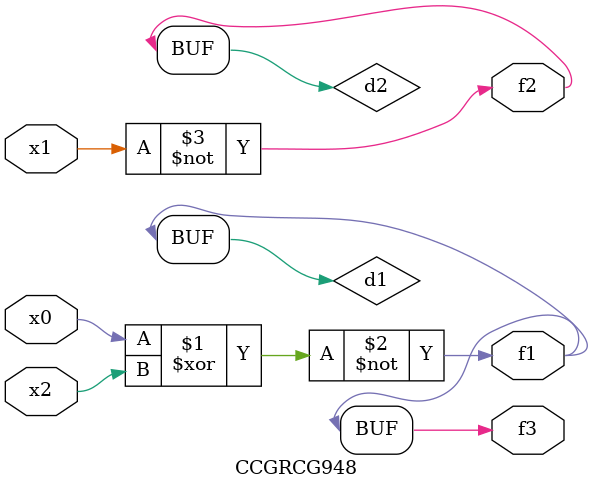
<source format=v>
module CCGRCG948(
	input x0, x1, x2,
	output f1, f2, f3
);

	wire d1, d2, d3;

	xnor (d1, x0, x2);
	nand (d2, x1);
	nor (d3, x1, x2);
	assign f1 = d1;
	assign f2 = d2;
	assign f3 = d1;
endmodule

</source>
